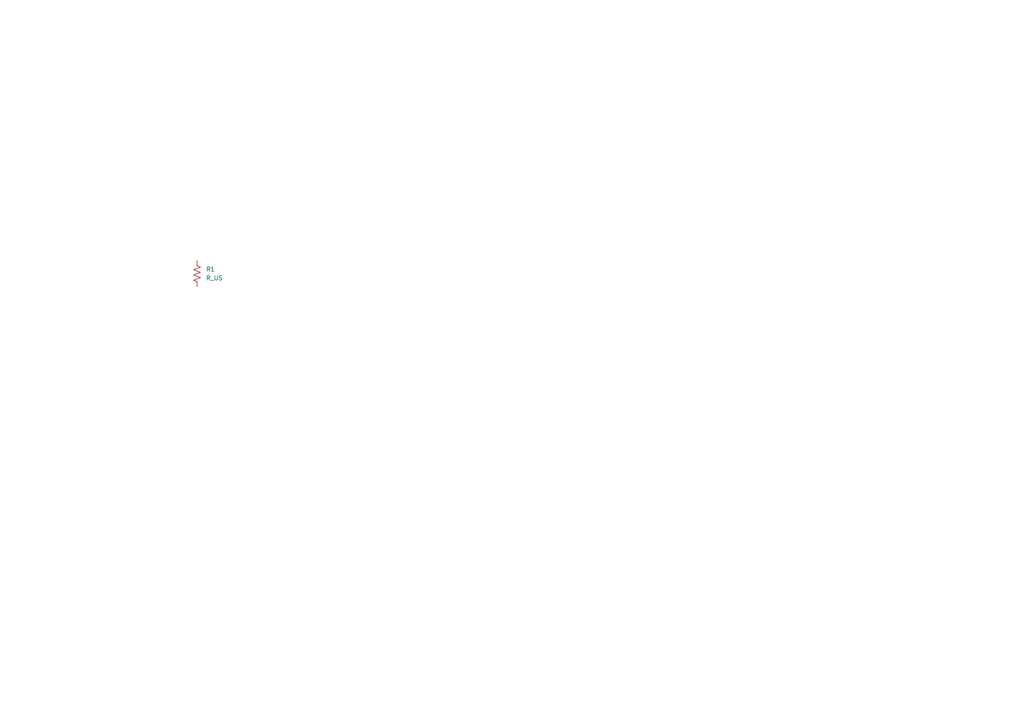
<source format=kicad_sch>
(kicad_sch (version 20231120) (generator "eeschema") (generator_version "8.0")
  (paper "A4")
  (title_block (title "MCU Datalogger") (date "2024-11-26") (rev "1") (comment 1 "Author: Carlos Cortes"))
  (lib_symbols
    (symbol "Device:R_US" (pin_numbers hide) (pin_names (offset 0))
      (property "Reference" "R" (at 2.54 0 90))
      (property "Value" "R_US" (at -2.54 0 90))
      (symbol "R_US_0_1"
        (polyline (pts (xy 0 -2.286) (xy 0 -2.54)))
        (polyline (pts (xy 0 2.286) (xy 0 2.54)))
        (polyline (pts (xy 0 -0.762) (xy 1.016 -1.143) (xy 0 -1.524) (xy -1.016 -1.905) (xy 0 -2.286)))
        (polyline (pts (xy 0 0.762) (xy 1.016 0.381) (xy 0 0) (xy -1.016 -0.381) (xy 0 -0.762)))
        (polyline (pts (xy 0 2.286) (xy 1.016 1.905) (xy 0 1.524) (xy -1.016 1.143) (xy 0 0.762)))
      )
      (symbol "R_US_1_1"
        (pin passive line (at 0 3.81 270) (length 1.27) (name "~") (number "1"))
        (pin passive line (at 0 -3.81 90) (length 1.27) (name "~") (number "2"))
      )
    )
  )
  (symbol (lib_id "Device:R_US") (at 57.15 79.375 0) (unit 1)
    (property "Reference" "R1" (at 59.69 78.1049 0) (effects (justify left)))
    (property "Value" "R_US" (at 59.69 80.6449 0) (effects (justify left)))
    (property "Description" "Resistor, US symbol" (effects (hide yes)))
  )
)
</source>
